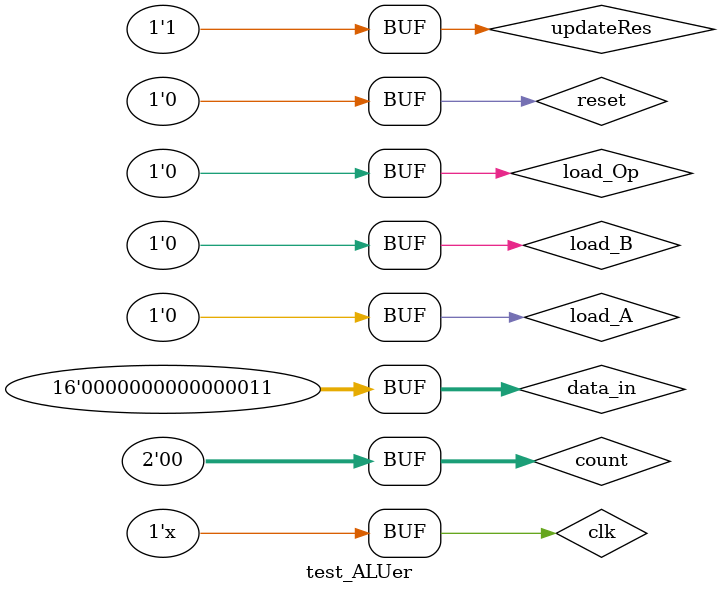
<source format=sv>
`timescale 1ns / 1ps


module test_ALUer();
    logic [15:0]data_in;
    logic load_A, load_B, load_Op, updateRes, reset, clk;
    logic [6:0] Segments;
    logic [7:0] Anodes;
    logic [4:0]LEDs;
    logic [1:0]count;
S6_Actividad1 DUT(
    .data_in(data_in),
    .load_A(load_A),
    .load_B(load_B),
    .load_Op(load_Op),
    .updateRes(updateRes),
    .reset(reset),
    .clk(clk),
    .Segments(Segments),
    .Anodes(Anodes),
    .LEDs(LEDs));
    
    always#10 clk=~clk;
initial begin 
    count = 2'b0;
    updateRes=1'b0;
    clk=1'b0;
    reset=1'b1;
    data_in=16'd0;
    load_B=1'b0;
    load_A=1'b0;
    load_Op=1'b0;
    #65
    reset=1'b0;
    #40
    reset=1'b0;
    data_in=16'd11;
    load_A=1'b1;
    #120
    data_in=16'd10;
    load_A=1'b0;
    load_B=1'b1;
    #120
    data_in=2'b11;
    load_B=1'b0;
    load_Op=1'b1;
    #120
    load_Op=1'b0;
    updateRes=1'b1;
    
   
end    
    
    
endmodule
</source>
